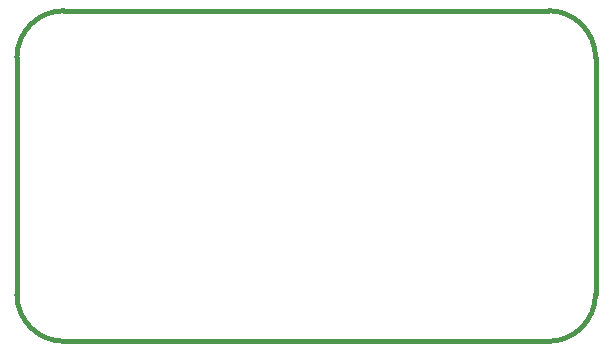
<source format=gbr>
G04 (created by PCBNEW (2013-05-31 BZR 4019)-stable) date 7/5/2014 3:54:55 PM*
%MOIN*%
G04 Gerber Fmt 3.4, Leading zero omitted, Abs format*
%FSLAX34Y34*%
G01*
G70*
G90*
G04 APERTURE LIST*
%ADD10C,0.00590551*%
%ADD11C,0.015*%
G04 APERTURE END LIST*
G54D10*
G54D11*
X17716Y-11023D02*
G75*
G03X19291Y-9448I0J1574D01*
G74*
G01*
X19291Y-9448D02*
X19291Y-1574D01*
X17716Y-11023D02*
X1574Y-11023D01*
X0Y-1574D02*
X0Y-9448D01*
X1574Y0D02*
X17716Y0D01*
X19291Y-1574D02*
G75*
G03X17716Y0I-1574J0D01*
G74*
G01*
X1574Y0D02*
G75*
G03X0Y-1574I0J-1574D01*
G74*
G01*
X0Y-9448D02*
G75*
G03X1574Y-11023I1574J0D01*
G74*
G01*
M02*

</source>
